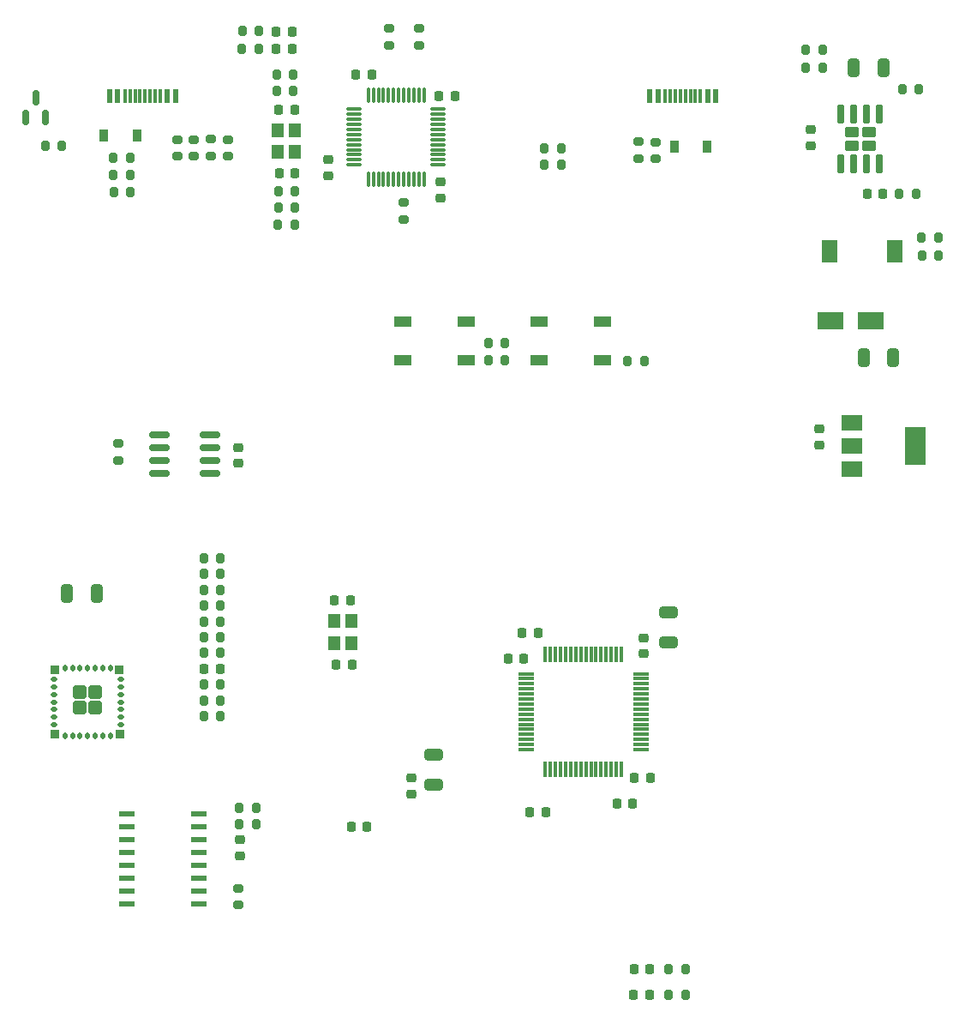
<source format=gtp>
G04 #@! TF.GenerationSoftware,KiCad,Pcbnew,(6.0.0)*
G04 #@! TF.CreationDate,2022-08-31T12:15:39-03:00*
G04 #@! TF.ProjectId,PCBMestrado_v1,5043424d-6573-4747-9261-646f5f76312e,rev?*
G04 #@! TF.SameCoordinates,Original*
G04 #@! TF.FileFunction,Paste,Top*
G04 #@! TF.FilePolarity,Positive*
%FSLAX46Y46*%
G04 Gerber Fmt 4.6, Leading zero omitted, Abs format (unit mm)*
G04 Created by KiCad (PCBNEW (6.0.0)) date 2022-08-31 12:15:39*
%MOMM*%
%LPD*%
G01*
G04 APERTURE LIST*
G04 Aperture macros list*
%AMRoundRect*
0 Rectangle with rounded corners*
0 $1 Rounding radius*
0 $2 $3 $4 $5 $6 $7 $8 $9 X,Y pos of 4 corners*
0 Add a 4 corners polygon primitive as box body*
4,1,4,$2,$3,$4,$5,$6,$7,$8,$9,$2,$3,0*
0 Add four circle primitives for the rounded corners*
1,1,$1+$1,$2,$3*
1,1,$1+$1,$4,$5*
1,1,$1+$1,$6,$7*
1,1,$1+$1,$8,$9*
0 Add four rect primitives between the rounded corners*
20,1,$1+$1,$2,$3,$4,$5,0*
20,1,$1+$1,$4,$5,$6,$7,0*
20,1,$1+$1,$6,$7,$8,$9,0*
20,1,$1+$1,$8,$9,$2,$3,0*%
G04 Aperture macros list end*
%ADD10RoundRect,0.200000X-0.200000X-0.275000X0.200000X-0.275000X0.200000X0.275000X-0.200000X0.275000X0*%
%ADD11R,1.700000X1.000000*%
%ADD12RoundRect,0.225000X-0.225000X-0.250000X0.225000X-0.250000X0.225000X0.250000X-0.225000X0.250000X0*%
%ADD13RoundRect,0.200000X0.275000X-0.200000X0.275000X0.200000X-0.275000X0.200000X-0.275000X-0.200000X0*%
%ADD14RoundRect,0.150000X0.150000X-0.587500X0.150000X0.587500X-0.150000X0.587500X-0.150000X-0.587500X0*%
%ADD15RoundRect,0.250000X-0.420000X-0.420000X0.420000X-0.420000X0.420000X0.420000X-0.420000X0.420000X0*%
%ADD16RoundRect,0.225000X-0.225000X-0.225000X0.225000X-0.225000X0.225000X0.225000X-0.225000X0.225000X0*%
%ADD17RoundRect,0.120000X-0.180000X-0.120000X0.180000X-0.120000X0.180000X0.120000X-0.180000X0.120000X0*%
%ADD18RoundRect,0.120000X0.120000X-0.180000X0.120000X0.180000X-0.120000X0.180000X-0.120000X-0.180000X0*%
%ADD19RoundRect,0.225000X0.225000X-0.225000X0.225000X0.225000X-0.225000X0.225000X-0.225000X-0.225000X0*%
%ADD20RoundRect,0.120000X0.180000X0.120000X-0.180000X0.120000X-0.180000X-0.120000X0.180000X-0.120000X0*%
%ADD21RoundRect,0.225000X0.225000X0.225000X-0.225000X0.225000X-0.225000X-0.225000X0.225000X-0.225000X0*%
%ADD22RoundRect,0.120000X-0.120000X0.180000X-0.120000X-0.180000X0.120000X-0.180000X0.120000X0.180000X0*%
%ADD23R,0.600000X1.450000*%
%ADD24R,0.300000X1.450000*%
%ADD25RoundRect,0.225000X0.250000X-0.225000X0.250000X0.225000X-0.250000X0.225000X-0.250000X-0.225000X0*%
%ADD26R,1.500000X0.600000*%
%ADD27RoundRect,0.225000X0.225000X0.250000X-0.225000X0.250000X-0.225000X-0.250000X0.225000X-0.250000X0*%
%ADD28RoundRect,0.200000X0.200000X0.275000X-0.200000X0.275000X-0.200000X-0.275000X0.200000X-0.275000X0*%
%ADD29RoundRect,0.200000X-0.275000X0.200000X-0.275000X-0.200000X0.275000X-0.200000X0.275000X0.200000X0*%
%ADD30RoundRect,0.075000X-0.700000X-0.075000X0.700000X-0.075000X0.700000X0.075000X-0.700000X0.075000X0*%
%ADD31RoundRect,0.075000X-0.075000X-0.700000X0.075000X-0.700000X0.075000X0.700000X-0.075000X0.700000X0*%
%ADD32R,1.500000X2.200000*%
%ADD33RoundRect,0.225000X-0.250000X0.225000X-0.250000X-0.225000X0.250000X-0.225000X0.250000X0.225000X0*%
%ADD34RoundRect,0.218750X0.218750X0.256250X-0.218750X0.256250X-0.218750X-0.256250X0.218750X-0.256250X0*%
%ADD35RoundRect,0.150000X0.825000X0.150000X-0.825000X0.150000X-0.825000X-0.150000X0.825000X-0.150000X0*%
%ADD36RoundRect,0.218750X-0.218750X-0.256250X0.218750X-0.256250X0.218750X0.256250X-0.218750X0.256250X0*%
%ADD37RoundRect,0.250000X0.650000X-0.325000X0.650000X0.325000X-0.650000X0.325000X-0.650000X-0.325000X0*%
%ADD38R,0.900000X1.200000*%
%ADD39RoundRect,0.250000X-0.325000X-0.650000X0.325000X-0.650000X0.325000X0.650000X-0.325000X0.650000X0*%
%ADD40R,1.200000X1.400000*%
%ADD41RoundRect,0.250000X0.325000X0.650000X-0.325000X0.650000X-0.325000X-0.650000X0.325000X-0.650000X0*%
%ADD42R,2.000000X1.500000*%
%ADD43R,2.000000X3.800000*%
%ADD44R,2.500000X1.800000*%
%ADD45RoundRect,0.075000X-0.662500X-0.075000X0.662500X-0.075000X0.662500X0.075000X-0.662500X0.075000X0*%
%ADD46RoundRect,0.075000X-0.075000X-0.662500X0.075000X-0.662500X0.075000X0.662500X-0.075000X0.662500X0*%
%ADD47RoundRect,0.250000X0.455000X-0.280000X0.455000X0.280000X-0.455000X0.280000X-0.455000X-0.280000X0*%
%ADD48RoundRect,0.150000X0.150000X-0.820000X0.150000X0.820000X-0.150000X0.820000X-0.150000X-0.820000X0*%
G04 APERTURE END LIST*
D10*
X124625600Y-104932480D03*
X126275600Y-104932480D03*
D11*
X164033600Y-81589800D03*
X157733600Y-81589800D03*
X164033600Y-85389800D03*
X157733600Y-85389800D03*
D12*
X132038500Y-60651200D03*
X133588500Y-60651200D03*
D13*
X169291000Y-65518800D03*
X169291000Y-63868800D03*
D14*
X107076200Y-61414900D03*
X108976200Y-61414900D03*
X108026200Y-59539900D03*
D15*
X112356600Y-118173200D03*
X113906600Y-119723200D03*
X112356600Y-119723200D03*
X113906600Y-118173200D03*
D16*
X109956600Y-115948200D03*
D17*
X109806600Y-116905700D03*
X109806600Y-117653200D03*
X109806600Y-118400700D03*
X109806600Y-119148200D03*
X109806600Y-119895700D03*
X109806600Y-120643200D03*
X109806600Y-121390700D03*
D16*
X109956600Y-122348200D03*
D18*
X110914900Y-122504200D03*
X111662400Y-122504200D03*
X112409900Y-122504200D03*
X113157400Y-122504200D03*
X113904900Y-122504200D03*
X114652400Y-122504200D03*
X115399900Y-122504200D03*
D19*
X116357400Y-122351800D03*
D20*
X116431200Y-121390700D03*
X116431200Y-120643200D03*
X116431200Y-119895700D03*
X116431200Y-119148200D03*
X116431200Y-118400700D03*
X116431200Y-117653200D03*
X116431200Y-116905700D03*
D21*
X116281200Y-115951000D03*
D22*
X115399900Y-115798600D03*
X114652400Y-115798600D03*
X113904900Y-115798600D03*
X113157400Y-115798600D03*
X112409900Y-115798600D03*
X111662400Y-115798600D03*
X110914900Y-115798600D03*
D23*
X175208000Y-59288800D03*
X174408000Y-59288800D03*
D24*
X173208000Y-59288800D03*
X172208000Y-59288800D03*
X171708000Y-59288800D03*
X170708000Y-59288800D03*
D23*
X169508000Y-59288800D03*
X168708000Y-59288800D03*
X168708000Y-59288800D03*
X169508000Y-59288800D03*
D24*
X170208000Y-59288800D03*
X171208000Y-59288800D03*
X172708000Y-59288800D03*
X173708000Y-59288800D03*
D23*
X174408000Y-59288800D03*
X175208000Y-59288800D03*
D10*
X195567800Y-75107800D03*
X197217800Y-75107800D03*
D25*
X168075800Y-114354800D03*
X168075800Y-112804800D03*
D26*
X117049200Y-130225800D03*
X117049200Y-131495800D03*
X117049200Y-132765800D03*
X117049200Y-134035800D03*
X117049200Y-135305800D03*
X117049200Y-136575800D03*
X117049200Y-137845800D03*
X117049200Y-139115800D03*
X124149200Y-139115800D03*
X124149200Y-137845800D03*
X124149200Y-136575800D03*
X124149200Y-135305800D03*
X124149200Y-134035800D03*
X124149200Y-132765800D03*
X124149200Y-131495800D03*
X124149200Y-130225800D03*
D13*
X125323600Y-65239400D03*
X125323600Y-63589400D03*
D27*
X158411400Y-129986400D03*
X156861400Y-129986400D03*
D28*
X133641600Y-68757800D03*
X131991600Y-68757800D03*
D10*
X131991600Y-70358000D03*
X133641600Y-70358000D03*
D13*
X127000000Y-65264800D03*
X127000000Y-63614800D03*
D29*
X116205000Y-93637600D03*
X116205000Y-95287600D03*
D30*
X156457200Y-116355800D03*
X156457200Y-116855800D03*
X156457200Y-117355800D03*
X156457200Y-117855800D03*
X156457200Y-118355800D03*
X156457200Y-118855800D03*
X156457200Y-119355800D03*
X156457200Y-119855800D03*
X156457200Y-120355800D03*
X156457200Y-120855800D03*
X156457200Y-121355800D03*
X156457200Y-121855800D03*
X156457200Y-122355800D03*
X156457200Y-122855800D03*
X156457200Y-123355800D03*
X156457200Y-123855800D03*
D31*
X158382200Y-125780800D03*
X158882200Y-125780800D03*
X159382200Y-125780800D03*
X159882200Y-125780800D03*
X160382200Y-125780800D03*
X160882200Y-125780800D03*
X161382200Y-125780800D03*
X161882200Y-125780800D03*
X162382200Y-125780800D03*
X162882200Y-125780800D03*
X163382200Y-125780800D03*
X163882200Y-125780800D03*
X164382200Y-125780800D03*
X164882200Y-125780800D03*
X165382200Y-125780800D03*
X165882200Y-125780800D03*
D30*
X167807200Y-123855800D03*
X167807200Y-123355800D03*
X167807200Y-122855800D03*
X167807200Y-122355800D03*
X167807200Y-121855800D03*
X167807200Y-121355800D03*
X167807200Y-120855800D03*
X167807200Y-120355800D03*
X167807200Y-119855800D03*
X167807200Y-119355800D03*
X167807200Y-118855800D03*
X167807200Y-118355800D03*
X167807200Y-117855800D03*
X167807200Y-117355800D03*
X167807200Y-116855800D03*
X167807200Y-116355800D03*
D31*
X165882200Y-114430800D03*
X165382200Y-114430800D03*
X164882200Y-114430800D03*
X164382200Y-114430800D03*
X163882200Y-114430800D03*
X163382200Y-114430800D03*
X162882200Y-114430800D03*
X162382200Y-114430800D03*
X161882200Y-114430800D03*
X161382200Y-114430800D03*
X160882200Y-114430800D03*
X160382200Y-114430800D03*
X159882200Y-114430800D03*
X159382200Y-114430800D03*
X158882200Y-114430800D03*
X158382200Y-114430800D03*
D28*
X129806200Y-131216400D03*
X128156200Y-131216400D03*
D32*
X186487200Y-74650600D03*
X192887200Y-74650600D03*
D33*
X136906000Y-65620600D03*
X136906000Y-67170600D03*
D10*
X158306000Y-64490600D03*
X159956000Y-64490600D03*
D27*
X156277800Y-114898800D03*
X154727800Y-114898800D03*
D11*
X150571600Y-85389800D03*
X144271600Y-85389800D03*
X150571600Y-81589800D03*
X144271600Y-81589800D03*
D29*
X142928900Y-52646000D03*
X142928900Y-54296000D03*
D10*
X124625600Y-120578880D03*
X126275600Y-120578880D03*
X124625600Y-109626400D03*
X126275600Y-109626400D03*
X131813800Y-57175400D03*
X133463800Y-57175400D03*
D28*
X185762400Y-54737000D03*
X184112400Y-54737000D03*
D10*
X124625600Y-119014240D03*
X126275600Y-119014240D03*
D34*
X168681500Y-148056600D03*
X167106500Y-148056600D03*
X133375500Y-52959000D03*
X131800500Y-52959000D03*
D12*
X167199200Y-126633600D03*
X168749200Y-126633600D03*
D28*
X172236400Y-148056600D03*
X170586400Y-148056600D03*
D35*
X125207800Y-96570800D03*
X125207800Y-95300800D03*
X125207800Y-94030800D03*
X125207800Y-92760800D03*
X120257800Y-92760800D03*
X120257800Y-94030800D03*
X120257800Y-95300800D03*
X120257800Y-96570800D03*
D36*
X139191900Y-131495800D03*
X140766900Y-131495800D03*
D28*
X154393400Y-85369400D03*
X152743400Y-85369400D03*
X195300600Y-58648600D03*
X193650600Y-58648600D03*
D27*
X133639300Y-66975800D03*
X132089300Y-66975800D03*
D10*
X158306000Y-66141600D03*
X159956000Y-66141600D03*
D29*
X128016000Y-137554200D03*
X128016000Y-139204200D03*
D33*
X128041400Y-94056200D03*
X128041400Y-95606200D03*
D25*
X185420000Y-93764400D03*
X185420000Y-92214400D03*
D28*
X194982600Y-68986400D03*
X193332600Y-68986400D03*
D12*
X147891200Y-59309000D03*
X149441200Y-59309000D03*
X139661600Y-57175400D03*
X141211600Y-57175400D03*
D28*
X172236400Y-145546600D03*
X170586400Y-145546600D03*
D10*
X115684800Y-65430400D03*
X117334800Y-65430400D03*
D37*
X170565000Y-113275000D03*
X170565000Y-110325000D03*
D10*
X124625600Y-112755680D03*
X126275600Y-112755680D03*
X131813800Y-58826400D03*
X133463800Y-58826400D03*
D38*
X118083600Y-63195200D03*
X114783600Y-63195200D03*
D37*
X147370800Y-127281200D03*
X147370800Y-124331200D03*
D39*
X188847200Y-56565800D03*
X191797200Y-56565800D03*
D10*
X124625600Y-108061760D03*
X126275600Y-108061760D03*
X166484800Y-85471000D03*
X168134800Y-85471000D03*
D25*
X145135600Y-128232200D03*
X145135600Y-126682200D03*
D10*
X128435600Y-52933600D03*
X130085600Y-52933600D03*
D36*
X131800500Y-54711600D03*
X133375500Y-54711600D03*
D27*
X139261600Y-115492800D03*
X137711600Y-115492800D03*
D28*
X117360200Y-67157600D03*
X115710200Y-67157600D03*
D10*
X124625600Y-106497120D03*
X126275600Y-106497120D03*
D13*
X123621800Y-65264800D03*
X123621800Y-63614800D03*
X167614600Y-65493400D03*
X167614600Y-63843400D03*
D10*
X124625600Y-117449600D03*
X126275600Y-117449600D03*
D28*
X133616200Y-72009000D03*
X131966200Y-72009000D03*
D13*
X122021600Y-65277000D03*
X122021600Y-63627000D03*
D12*
X137559200Y-109142800D03*
X139109200Y-109142800D03*
D29*
X145875300Y-52671400D03*
X145875300Y-54321400D03*
D28*
X110629200Y-64211200D03*
X108979200Y-64211200D03*
D40*
X133663500Y-64875400D03*
X131963500Y-62675400D03*
X133663500Y-62675400D03*
X131963500Y-64875400D03*
D10*
X152756600Y-83718400D03*
X154406600Y-83718400D03*
D12*
X190169800Y-68986400D03*
X191719800Y-68986400D03*
D41*
X192762400Y-85115400D03*
X189812400Y-85115400D03*
D40*
X137546800Y-111149400D03*
X139246800Y-113349400D03*
X137546800Y-113349400D03*
X139246800Y-111149400D03*
D42*
X188645400Y-91578400D03*
D43*
X194945400Y-93878400D03*
D42*
X188645400Y-93878400D03*
X188645400Y-96178400D03*
D10*
X124625600Y-114320320D03*
X126275600Y-114320320D03*
D12*
X165472000Y-129173600D03*
X167022000Y-129173600D03*
D33*
X148005800Y-67830400D03*
X148005800Y-69380400D03*
D28*
X185762400Y-56565800D03*
X184112400Y-56565800D03*
D27*
X157649400Y-112358800D03*
X156099400Y-112358800D03*
D23*
X121842600Y-59314200D03*
X121042600Y-59314200D03*
D24*
X119842600Y-59314200D03*
X118842600Y-59314200D03*
X118342600Y-59314200D03*
X117342600Y-59314200D03*
D23*
X116142600Y-59314200D03*
X115342600Y-59314200D03*
X115342600Y-59314200D03*
X116142600Y-59314200D03*
D24*
X116842600Y-59314200D03*
X117842600Y-59314200D03*
X119342600Y-59314200D03*
X120342600Y-59314200D03*
D23*
X121042600Y-59314200D03*
X121842600Y-59314200D03*
D34*
X168706900Y-145546600D03*
X167131900Y-145546600D03*
D25*
X128193800Y-134302800D03*
X128193800Y-132752800D03*
D27*
X126225600Y-115884960D03*
X124675600Y-115884960D03*
D44*
X186544200Y-81483200D03*
X190544200Y-81483200D03*
D10*
X128384800Y-54711600D03*
X130034800Y-54711600D03*
D38*
X171095400Y-64363600D03*
X174395400Y-64363600D03*
D33*
X184581800Y-62674200D03*
X184581800Y-64224200D03*
D28*
X126275600Y-111191040D03*
X124625600Y-111191040D03*
D41*
X114047800Y-108407200D03*
X111097800Y-108407200D03*
D10*
X128156200Y-129641600D03*
X129806200Y-129641600D03*
D13*
X144424400Y-71487800D03*
X144424400Y-69837800D03*
D28*
X117385600Y-68808600D03*
X115735600Y-68808600D03*
D45*
X139474500Y-60623000D03*
X139474500Y-61123000D03*
X139474500Y-61623000D03*
X139474500Y-62123000D03*
X139474500Y-62623000D03*
X139474500Y-63123000D03*
X139474500Y-63623000D03*
X139474500Y-64123000D03*
X139474500Y-64623000D03*
X139474500Y-65123000D03*
X139474500Y-65623000D03*
X139474500Y-66123000D03*
D46*
X140887000Y-67535500D03*
X141387000Y-67535500D03*
X141887000Y-67535500D03*
X142387000Y-67535500D03*
X142887000Y-67535500D03*
X143387000Y-67535500D03*
X143887000Y-67535500D03*
X144387000Y-67535500D03*
X144887000Y-67535500D03*
X145387000Y-67535500D03*
X145887000Y-67535500D03*
X146387000Y-67535500D03*
D45*
X147799500Y-66123000D03*
X147799500Y-65623000D03*
X147799500Y-65123000D03*
X147799500Y-64623000D03*
X147799500Y-64123000D03*
X147799500Y-63623000D03*
X147799500Y-63123000D03*
X147799500Y-62623000D03*
X147799500Y-62123000D03*
X147799500Y-61623000D03*
X147799500Y-61123000D03*
X147799500Y-60623000D03*
D46*
X146387000Y-59210500D03*
X145887000Y-59210500D03*
X145387000Y-59210500D03*
X144887000Y-59210500D03*
X144387000Y-59210500D03*
X143887000Y-59210500D03*
X143387000Y-59210500D03*
X142887000Y-59210500D03*
X142387000Y-59210500D03*
X141887000Y-59210500D03*
X141387000Y-59210500D03*
X140887000Y-59210500D03*
D28*
X197192400Y-73304400D03*
X195542400Y-73304400D03*
D47*
X188634400Y-62895800D03*
X190384400Y-64205800D03*
X188634400Y-64205800D03*
X190384400Y-62895800D03*
D48*
X187604400Y-66030800D03*
X188874400Y-66030800D03*
X190144400Y-66030800D03*
X191414400Y-66030800D03*
X191414400Y-61070800D03*
X190144400Y-61070800D03*
X188874400Y-61070800D03*
X187604400Y-61070800D03*
M02*

</source>
